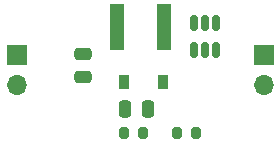
<source format=gts>
%TF.GenerationSoftware,KiCad,Pcbnew,6.0.5-a6ca702e91~116~ubuntu20.04.1*%
%TF.CreationDate,2022-06-08T10:32:40+02:00*%
%TF.ProjectId,mini-pcb-3-to-5V-booster,6d696e69-2d70-4636-922d-332d746f2d35,rev?*%
%TF.SameCoordinates,Original*%
%TF.FileFunction,Soldermask,Top*%
%TF.FilePolarity,Negative*%
%FSLAX46Y46*%
G04 Gerber Fmt 4.6, Leading zero omitted, Abs format (unit mm)*
G04 Created by KiCad (PCBNEW 6.0.5-a6ca702e91~116~ubuntu20.04.1) date 2022-06-08 10:32:40*
%MOMM*%
%LPD*%
G01*
G04 APERTURE LIST*
G04 Aperture macros list*
%AMRoundRect*
0 Rectangle with rounded corners*
0 $1 Rounding radius*
0 $2 $3 $4 $5 $6 $7 $8 $9 X,Y pos of 4 corners*
0 Add a 4 corners polygon primitive as box body*
4,1,4,$2,$3,$4,$5,$6,$7,$8,$9,$2,$3,0*
0 Add four circle primitives for the rounded corners*
1,1,$1+$1,$2,$3*
1,1,$1+$1,$4,$5*
1,1,$1+$1,$6,$7*
1,1,$1+$1,$8,$9*
0 Add four rect primitives between the rounded corners*
20,1,$1+$1,$2,$3,$4,$5,0*
20,1,$1+$1,$4,$5,$6,$7,0*
20,1,$1+$1,$6,$7,$8,$9,0*
20,1,$1+$1,$8,$9,$2,$3,0*%
G04 Aperture macros list end*
%ADD10R,1.257300X4.013200*%
%ADD11RoundRect,0.250000X-0.250000X-0.475000X0.250000X-0.475000X0.250000X0.475000X-0.250000X0.475000X0*%
%ADD12RoundRect,0.200000X-0.200000X-0.275000X0.200000X-0.275000X0.200000X0.275000X-0.200000X0.275000X0*%
%ADD13RoundRect,0.250000X-0.475000X0.250000X-0.475000X-0.250000X0.475000X-0.250000X0.475000X0.250000X0*%
%ADD14R,1.700000X1.700000*%
%ADD15O,1.700000X1.700000*%
%ADD16R,0.900000X1.200000*%
%ADD17RoundRect,0.150000X0.150000X-0.512500X0.150000X0.512500X-0.150000X0.512500X-0.150000X-0.512500X0*%
G04 APERTURE END LIST*
D10*
%TO.C,L1*%
X102775150Y-69475000D03*
X106724850Y-69475000D03*
%TD*%
D11*
%TO.C,C2*%
X103450000Y-76450000D03*
X105350000Y-76450000D03*
%TD*%
D12*
%TO.C,R1*%
X103355000Y-78450000D03*
X105005000Y-78450000D03*
%TD*%
D13*
%TO.C,C1*%
X99875000Y-71800000D03*
X99875000Y-73700000D03*
%TD*%
D12*
%TO.C,R2*%
X107825000Y-78450000D03*
X109475000Y-78450000D03*
%TD*%
D14*
%TO.C,J1*%
X94275000Y-71825000D03*
D15*
X94275000Y-74365000D03*
%TD*%
D16*
%TO.C,D1*%
X103400000Y-74150000D03*
X106700000Y-74150000D03*
%TD*%
D14*
%TO.C,J2*%
X115175000Y-71825000D03*
D15*
X115175000Y-74365000D03*
%TD*%
D17*
%TO.C,U1*%
X109250000Y-71420000D03*
X110200000Y-71420000D03*
X111150000Y-71420000D03*
X111150000Y-69145000D03*
X110200000Y-69145000D03*
X109250000Y-69145000D03*
%TD*%
M02*

</source>
